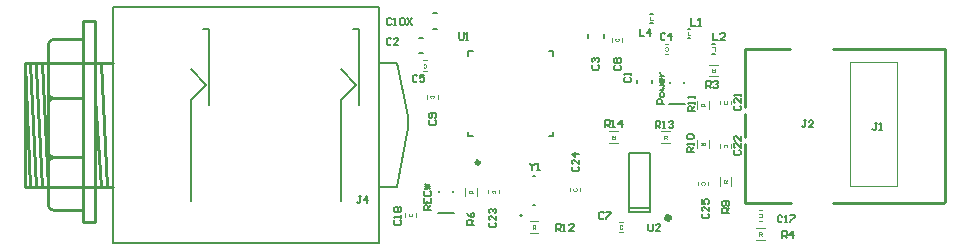
<source format=gto>
G04*
G04 #@! TF.GenerationSoftware,Altium Limited,Altium Designer,23.3.1 (30)*
G04*
G04 Layer_Color=65535*
%FSLAX44Y44*%
%MOMM*%
G71*
G04*
G04 #@! TF.SameCoordinates,CDB4EB09-7802-4DFF-8E47-A9092604CAE6*
G04*
G04*
G04 #@! TF.FilePolarity,Positive*
G04*
G01*
G75*
%ADD10C,0.2540*%
%ADD11C,0.5000*%
%ADD12C,0.2000*%
%ADD13C,0.3000*%
%ADD14C,0.1500*%
%ADD15C,0.1000*%
%ADD16C,0.1270*%
%ADD17C,0.0500*%
D10*
X-68569Y33092D02*
G03*
X-63569Y28092I5000J0D01*
G01*
Y173092D02*
G03*
X-68569Y168092I0J-5000D01*
G01*
Y128092D02*
G03*
X-63569Y123092I5000J0D01*
G01*
D02*
G03*
X-68569Y118092I0J-5000D01*
G01*
Y78092D02*
G03*
X-63569Y73092I5000J0D01*
G01*
D02*
G03*
X-68569Y68092I0J-5000D01*
G01*
X-88468Y153130D02*
X-83642Y47974D01*
Y153130D02*
X-78562Y47974D01*
Y148050D02*
X-78562Y153130D01*
X-78562Y148050D02*
X-73482Y47974D01*
Y153130D02*
X-68656Y47974D01*
X-28524Y123158D02*
X-23444Y47974D01*
Y153130D02*
X-18618Y47974D01*
X-63576Y28162D02*
X-38684D01*
X-68656Y127984D02*
Y168116D01*
X-63576Y123158D02*
X-38684D01*
X-68656Y78200D02*
Y118078D01*
X-63576Y73120D02*
X-38684D01*
X-68656Y32988D02*
Y47974D01*
Y68040D01*
X-38684Y123158D02*
Y173196D01*
Y73120D02*
Y123158D01*
Y28162D02*
Y73120D01*
Y188182D02*
X-28524Y188182D01*
X-38684Y173196D02*
Y188182D01*
X-63576Y173196D02*
X-38684Y173196D01*
X-68656Y118078D02*
Y127984D01*
Y68040D02*
Y78200D01*
X-38684Y18002D02*
Y28162D01*
Y18002D02*
X-28524D01*
Y123158D02*
Y188182D01*
Y18002D02*
Y123158D01*
X-18618Y47974D02*
X-13538D01*
X-23444D02*
X-18618D01*
X-68656D02*
X-23444D01*
X-73482D02*
X-68656D01*
X-78562D02*
X-73482D01*
X-83642D02*
X-78562D01*
X-88468D02*
X-83642D01*
X-23444Y153130D02*
X-13538Y153130D01*
X-73482D02*
X-23444Y153130D01*
X-78562D02*
X-73482Y153130D01*
X-83642D02*
X-78562Y153130D01*
X-88468Y153130D02*
X-83642D01*
X-88468Y47974D02*
Y153130D01*
X690891Y165254D02*
X690891Y35254D01*
X596024Y165254D02*
X690891D01*
X521321Y165254D02*
X521321Y115685D01*
X521321Y165254D02*
X559757Y165254D01*
X521321Y90685D02*
Y109822D01*
Y34214D02*
X560077D01*
X521321D02*
Y84822D01*
X595704Y34214D02*
X690231Y34214D01*
D11*
X457450Y21830D02*
G03*
X457450Y21830I-1250J0D01*
G01*
D12*
X332948Y23805D02*
G03*
X332948Y23805I-1000J0D01*
G01*
X458040Y136170D02*
Y137170D01*
X470040Y136170D02*
Y137170D01*
X423200Y30630D02*
X441200Y30630D01*
Y26880D02*
Y76880D01*
X423200Y76880D02*
X423200Y26880D01*
X441200D01*
X423200Y76880D02*
X441200Y76880D01*
X262370Y43681D02*
Y44681D01*
X274370Y43681D02*
Y44681D01*
X493770Y169040D02*
X495770D01*
X493770Y161040D02*
X495770D01*
X473170Y174040D02*
X475170Y174040D01*
X473170Y182040D02*
X475170Y182040D01*
X401690Y174410D02*
X401690Y177410D01*
X388690Y174410D02*
Y177410D01*
X442700Y135920D02*
Y138920D01*
X429700Y135920D02*
Y138920D01*
X245580Y174110D02*
X248580D01*
X245580Y161110D02*
X248580Y161110D01*
X257550Y181945D02*
X260550D01*
X257550Y194945D02*
X260550D01*
X441270Y186530D02*
X443270D01*
X441270Y194530D02*
X443270D01*
D13*
X296680Y68870D02*
G03*
X296680Y68870I-1500J0D01*
G01*
D14*
X194252Y117790D02*
Y181790D01*
X190002D02*
X194252D01*
X179502Y147540D02*
X192502Y134540D01*
X179502Y121540D02*
X192502Y134540D01*
X179502Y35790D02*
Y121540D01*
X67252Y117790D02*
Y181790D01*
X63002D02*
X67252D01*
X52502Y147540D02*
X65502Y134540D01*
X52502Y121540D02*
X65502Y134540D01*
X52502Y35790D02*
Y121540D01*
X211506Y153130D02*
X226492D01*
X236398Y108172D01*
X236398Y98012D02*
X236398Y108172D01*
X226492Y47974D02*
X236398Y98012D01*
X211506Y47974D02*
X226492D01*
X211506D02*
Y153130D01*
Y476D02*
Y47974D01*
Y153130D02*
X211506Y200628D01*
X-13538D02*
X211506D01*
X-13538Y153130D02*
X-13538Y200628D01*
X-13538Y47974D02*
Y153130D01*
Y476D02*
Y47974D01*
Y476D02*
X211506D01*
X457040Y118670D02*
X471040D01*
X261370Y26181D02*
X275370D01*
X196599Y40324D02*
X194599D01*
X195599D01*
Y35326D01*
X194599Y34326D01*
X193600D01*
X192600Y35326D01*
X201597Y34326D02*
Y40324D01*
X198598Y37325D01*
X202597D01*
X553000Y4500D02*
Y10498D01*
X555999D01*
X556999Y9498D01*
Y7499D01*
X555999Y6499D01*
X553000D01*
X554999D02*
X556999Y4500D01*
X561997D02*
Y10498D01*
X558998Y7499D01*
X562997D01*
X552999Y22998D02*
X551999Y23998D01*
X550000D01*
X549000Y22998D01*
Y19000D01*
X550000Y18000D01*
X551999D01*
X552999Y19000D01*
X554998Y18000D02*
X556997D01*
X555998D01*
Y23998D01*
X554998Y22998D01*
X559996Y23998D02*
X563995D01*
Y22998D01*
X559996Y19000D01*
Y18000D01*
X225502Y19999D02*
X224502Y18999D01*
Y17000D01*
X225502Y16000D01*
X229500D01*
X230500Y17000D01*
Y18999D01*
X229500Y19999D01*
X230500Y21998D02*
Y23997D01*
Y22998D01*
X224502D01*
X225502Y21998D01*
Y26996D02*
X224502Y27996D01*
Y29995D01*
X225502Y30995D01*
X226501D01*
X227501Y29995D01*
X228501Y30995D01*
X229500D01*
X230500Y29995D01*
Y27996D01*
X229500Y26996D01*
X228501D01*
X227501Y27996D01*
X226501Y26996D01*
X225502D01*
X227501Y27996D02*
Y29995D01*
X222249Y190248D02*
X221249Y191248D01*
X219250D01*
X218250Y190248D01*
Y186250D01*
X219250Y185250D01*
X221249D01*
X222249Y186250D01*
X224248Y185250D02*
X226247D01*
X225248D01*
Y191248D01*
X224248Y190248D01*
X229246D02*
X230246Y191248D01*
X232246D01*
X233245Y190248D01*
Y186250D01*
X232246Y185250D01*
X230246D01*
X229246Y186250D01*
Y190248D01*
X235245Y191248D02*
X239243Y185250D01*
Y191248D02*
X235245Y185250D01*
X419718Y140761D02*
X418718Y139761D01*
Y137762D01*
X419718Y136762D01*
X423716D01*
X424716Y137762D01*
Y139761D01*
X423716Y140761D01*
X424716Y142760D02*
Y144760D01*
Y143760D01*
X418718D01*
X419718Y142760D01*
X221999Y173498D02*
X220999Y174498D01*
X219000D01*
X218000Y173498D01*
Y169500D01*
X219000Y168500D01*
X220999D01*
X221999Y169500D01*
X227997Y168500D02*
X223998D01*
X227997Y172499D01*
Y173498D01*
X226997Y174498D01*
X224998D01*
X223998Y173498D01*
X392752Y151499D02*
X391752Y150499D01*
Y148500D01*
X392752Y147500D01*
X396750D01*
X397750Y148500D01*
Y150499D01*
X396750Y151499D01*
X392752Y153498D02*
X391752Y154498D01*
Y156497D01*
X392752Y157497D01*
X393751D01*
X394751Y156497D01*
Y155497D01*
Y156497D01*
X395751Y157497D01*
X396750D01*
X397750Y156497D01*
Y154498D01*
X396750Y153498D01*
X453999Y177498D02*
X452999Y178498D01*
X451000D01*
X450000Y177498D01*
Y173500D01*
X451000Y172500D01*
X452999D01*
X453999Y173500D01*
X458997Y172500D02*
Y178498D01*
X455998Y175499D01*
X459997D01*
X243999Y141998D02*
X242999Y142998D01*
X241000D01*
X240000Y141998D01*
Y138000D01*
X241000Y137000D01*
X242999D01*
X243999Y138000D01*
X249997Y142998D02*
X245998D01*
Y139999D01*
X247997Y140999D01*
X248997D01*
X249997Y139999D01*
Y138000D01*
X248997Y137000D01*
X246998D01*
X245998Y138000D01*
X401999Y25748D02*
X400999Y26748D01*
X399000D01*
X398000Y25748D01*
Y21750D01*
X399000Y20750D01*
X400999D01*
X401999Y21750D01*
X403998Y26748D02*
X407997D01*
Y25748D01*
X403998Y21750D01*
Y20750D01*
X411252Y150999D02*
X410252Y149999D01*
Y148000D01*
X411252Y147000D01*
X415250D01*
X416250Y148000D01*
Y149999D01*
X415250Y150999D01*
X411252Y152998D02*
X410252Y153998D01*
Y155997D01*
X411252Y156997D01*
X412251D01*
X413251Y155997D01*
X414251Y156997D01*
X415250D01*
X416250Y155997D01*
Y153998D01*
X415250Y152998D01*
X414251D01*
X413251Y153998D01*
X412251Y152998D01*
X411252D01*
X413251Y153998D02*
Y155997D01*
X254752Y104499D02*
X253752Y103499D01*
Y101500D01*
X254752Y100500D01*
X258750D01*
X259750Y101500D01*
Y103499D01*
X258750Y104499D01*
Y106498D02*
X259750Y107498D01*
Y109497D01*
X258750Y110497D01*
X254752D01*
X253752Y109497D01*
Y107498D01*
X254752Y106498D01*
X255751D01*
X256751Y107498D01*
Y110497D01*
X513252Y116999D02*
X512252Y115999D01*
Y114000D01*
X513252Y113000D01*
X517250D01*
X518250Y114000D01*
Y115999D01*
X517250Y116999D01*
X518250Y122997D02*
Y118998D01*
X514251Y122997D01*
X513252D01*
X512252Y121997D01*
Y119998D01*
X513252Y118998D01*
X518250Y124996D02*
Y126995D01*
Y125996D01*
X512252D01*
X513252Y124996D01*
X512752Y79249D02*
X511752Y78249D01*
Y76250D01*
X512752Y75250D01*
X516750D01*
X517750Y76250D01*
Y78249D01*
X516750Y79249D01*
X517750Y85247D02*
Y81248D01*
X513751Y85247D01*
X512752D01*
X511752Y84247D01*
Y82248D01*
X512752Y81248D01*
X517750Y91245D02*
Y87246D01*
X513751Y91245D01*
X512752D01*
X511752Y90245D01*
Y88246D01*
X512752Y87246D01*
X305752Y17749D02*
X304752Y16749D01*
Y14750D01*
X305752Y13750D01*
X309750D01*
X310750Y14750D01*
Y16749D01*
X309750Y17749D01*
X310750Y23747D02*
Y19748D01*
X306751Y23747D01*
X305752D01*
X304752Y22747D01*
Y20748D01*
X305752Y19748D01*
Y25746D02*
X304752Y26746D01*
Y28745D01*
X305752Y29745D01*
X306751D01*
X307751Y28745D01*
Y27745D01*
Y28745D01*
X308751Y29745D01*
X309750D01*
X310750Y28745D01*
Y26746D01*
X309750Y25746D01*
X375752Y65249D02*
X374752Y64249D01*
Y62250D01*
X375752Y61250D01*
X379750D01*
X380750Y62250D01*
Y64249D01*
X379750Y65249D01*
X380750Y71247D02*
Y67248D01*
X376751Y71247D01*
X375752D01*
X374752Y70247D01*
Y68248D01*
X375752Y67248D01*
X380750Y76245D02*
X374752D01*
X377751Y73246D01*
Y77245D01*
X486002Y25499D02*
X485002Y24499D01*
Y22500D01*
X486002Y21500D01*
X490000D01*
X491000Y22500D01*
Y24499D01*
X490000Y25499D01*
X491000Y31497D02*
Y27498D01*
X487001Y31497D01*
X486002D01*
X485002Y30497D01*
Y28498D01*
X486002Y27498D01*
X485002Y37495D02*
Y33496D01*
X488001D01*
X487001Y35496D01*
Y36495D01*
X488001Y37495D01*
X490000D01*
X491000Y36495D01*
Y34496D01*
X490000Y33496D01*
X255455Y28460D02*
X249457D01*
Y31459D01*
X250457Y32459D01*
X252456D01*
X253456Y31459D01*
Y28460D01*
Y30459D02*
X255455Y32459D01*
X249457Y38457D02*
Y34458D01*
X255455D01*
Y38457D01*
X252456Y34458D02*
Y36458D01*
X250457Y44455D02*
X249457Y43455D01*
Y41456D01*
X250457Y40456D01*
X254456D01*
X255455Y41456D01*
Y43455D01*
X254456Y44455D01*
X250457Y46454D02*
X254456Y50453D01*
Y46454D02*
X250457Y50453D01*
X252456Y46454D02*
Y50453D01*
X254456Y48454D02*
X250457D01*
X476000Y190748D02*
Y184750D01*
X479999D01*
X481998D02*
X483997D01*
X482998D01*
Y190748D01*
X481998Y189748D01*
X494500Y178248D02*
Y172250D01*
X498499D01*
X504497D02*
X500498D01*
X504497Y176249D01*
Y177248D01*
X503497Y178248D01*
X501498D01*
X500498Y177248D01*
X453216Y118158D02*
X447218D01*
Y121157D01*
X448218Y122157D01*
X450217D01*
X451217Y121157D01*
Y118158D01*
X453216Y125156D02*
Y127155D01*
X452216Y128155D01*
X450217D01*
X449217Y127155D01*
Y125156D01*
X450217Y124156D01*
X452216D01*
X453216Y125156D01*
X449217Y130154D02*
X452216D01*
X453216Y131154D01*
X452216Y132154D01*
X453216Y133153D01*
X452216Y134153D01*
X449217D01*
X453216Y139151D02*
Y137152D01*
X452216Y136152D01*
X450217D01*
X449217Y137152D01*
Y139151D01*
X450217Y140151D01*
X451217D01*
Y136152D01*
X449217Y142150D02*
X453216D01*
X451217D01*
X450217Y143150D01*
X449217Y144150D01*
Y145149D01*
X488576Y131930D02*
Y137928D01*
X491575D01*
X492575Y136929D01*
Y134929D01*
X491575Y133930D01*
X488576D01*
X490575D02*
X492575Y131930D01*
X494574Y136929D02*
X495574Y137928D01*
X497573D01*
X498573Y136929D01*
Y135929D01*
X497573Y134929D01*
X496574D01*
X497573D01*
X498573Y133930D01*
Y132930D01*
X497573Y131930D01*
X495574D01*
X494574Y132930D01*
X292250Y16250D02*
X286252D01*
Y19249D01*
X287252Y20249D01*
X289251D01*
X290251Y19249D01*
Y16250D01*
Y18249D02*
X292250Y20249D01*
X286252Y26247D02*
X287252Y24247D01*
X289251Y22248D01*
X291250D01*
X292250Y23248D01*
Y25247D01*
X291250Y26247D01*
X290251D01*
X289251Y25247D01*
Y22248D01*
X508000Y26000D02*
X502002D01*
Y28999D01*
X503002Y29999D01*
X505001D01*
X506001Y28999D01*
Y26000D01*
Y27999D02*
X508000Y29999D01*
X507000Y31998D02*
X508000Y32998D01*
Y34997D01*
X507000Y35997D01*
X503002D01*
X502002Y34997D01*
Y32998D01*
X503002Y31998D01*
X504001D01*
X505001Y32998D01*
Y35997D01*
X478000Y77500D02*
X472002D01*
Y80499D01*
X473002Y81499D01*
X475001D01*
X476001Y80499D01*
Y77500D01*
Y79499D02*
X478000Y81499D01*
Y83498D02*
Y85497D01*
Y84498D01*
X472002D01*
X473002Y83498D01*
Y88496D02*
X472002Y89496D01*
Y91495D01*
X473002Y92495D01*
X477000D01*
X478000Y91495D01*
Y89496D01*
X477000Y88496D01*
X473002D01*
X479000Y112250D02*
X473002D01*
Y115249D01*
X474002Y116249D01*
X476001D01*
X477001Y115249D01*
Y112250D01*
Y114249D02*
X479000Y116249D01*
Y118248D02*
Y120247D01*
Y119248D01*
X473002D01*
X474002Y118248D01*
X479000Y123246D02*
Y125246D01*
Y124246D01*
X473002D01*
X474002Y123246D01*
X361500Y10750D02*
Y16748D01*
X364499D01*
X365499Y15748D01*
Y13749D01*
X364499Y12749D01*
X361500D01*
X363499D02*
X365499Y10750D01*
X367498D02*
X369497D01*
X368498D01*
Y16748D01*
X367498Y15748D01*
X376495Y10750D02*
X372496D01*
X376495Y14749D01*
Y15748D01*
X375495Y16748D01*
X373496D01*
X372496Y15748D01*
X445750Y98000D02*
Y103998D01*
X448749D01*
X449749Y102998D01*
Y100999D01*
X448749Y99999D01*
X445750D01*
X447749D02*
X449749Y98000D01*
X451748D02*
X453747D01*
X452748D01*
Y103998D01*
X451748Y102998D01*
X456746D02*
X457746Y103998D01*
X459745D01*
X460745Y102998D01*
Y101999D01*
X459745Y100999D01*
X458746D01*
X459745D01*
X460745Y99999D01*
Y99000D01*
X459745Y98000D01*
X457746D01*
X456746Y99000D01*
X403000Y98500D02*
Y104498D01*
X405999D01*
X406999Y103498D01*
Y101499D01*
X405999Y100499D01*
X403000D01*
X404999D02*
X406999Y98500D01*
X408998D02*
X410997D01*
X409998D01*
Y104498D01*
X408998Y103498D01*
X416996Y98500D02*
Y104498D01*
X413996Y101499D01*
X417995D01*
X279320Y178852D02*
Y173854D01*
X280320Y172854D01*
X282319D01*
X283319Y173854D01*
Y178852D01*
X285318Y172854D02*
X287318D01*
X286318D01*
Y178852D01*
X285318Y177852D01*
X439750Y16748D02*
Y11750D01*
X440750Y10750D01*
X442749D01*
X443749Y11750D01*
Y16748D01*
X449747Y10750D02*
X445748D01*
X449747Y14749D01*
Y15748D01*
X448747Y16748D01*
X446748D01*
X445748Y15748D01*
X339500Y68748D02*
Y67748D01*
X341499Y65749D01*
X343499Y67748D01*
Y68748D01*
X341499Y65749D02*
Y62750D01*
X345498D02*
X347497D01*
X346498D01*
Y68748D01*
X345498Y67748D01*
X432250Y181748D02*
Y175750D01*
X436249D01*
X441247D02*
Y181748D01*
X438248Y178749D01*
X442247D01*
X633327Y102170D02*
X631327D01*
X632327D01*
Y97172D01*
X631327Y96172D01*
X630328D01*
X629328Y97172D01*
X635326Y96172D02*
X637326D01*
X636326D01*
Y102170D01*
X635326Y101170D01*
X573393Y104452D02*
X571393D01*
X572393D01*
Y99454D01*
X571393Y98454D01*
X570394D01*
X569394Y99454D01*
X579391Y98454D02*
X575392D01*
X579391Y102453D01*
Y103452D01*
X578391Y104452D01*
X576392D01*
X575392Y103452D01*
D15*
X242680Y25740D02*
X242680Y22740D01*
X233680Y25740D02*
X233680Y22740D01*
X531050Y13320D02*
X538050Y13320D01*
X531050Y3320D02*
X538050Y3320D01*
X533050Y28510D02*
X536050Y28510D01*
X533050Y19510D02*
X536050D01*
X450716Y85070D02*
X457716Y85070D01*
X450716Y95070D02*
X457716D01*
X406700Y95070D02*
X413700D01*
X406700Y85070D02*
X413700D01*
X414920Y18560D02*
X417920D01*
X414920Y9560D02*
X417920Y9560D01*
X373120Y44556D02*
Y47555D01*
X382120Y44556D02*
Y47555D01*
X313210Y42555D02*
Y45556D01*
X304210Y42555D02*
Y45556D01*
X294510Y40556D02*
Y47555D01*
X284510Y40556D02*
Y47555D01*
X490360Y52420D02*
X490361Y49420D01*
X481361D02*
Y52420D01*
X509940Y49170D02*
Y56170D01*
X499940Y49170D02*
Y56170D01*
X481080Y80830D02*
Y87830D01*
X491080Y80830D02*
Y87830D01*
X509440Y81080D02*
Y84080D01*
X500440Y81080D02*
X500440Y84080D01*
X491270Y151670D02*
X498270Y151670D01*
X491270Y141670D02*
X498270D01*
X453540Y160480D02*
X456540Y160480D01*
X453540Y169479D02*
X456540Y169480D01*
X408651Y174160D02*
X408651Y171160D01*
X417651Y171160D02*
Y174160D01*
X261170Y122830D02*
Y125830D01*
X252170Y122830D02*
Y125830D01*
X248830Y146150D02*
X251830Y146150D01*
X248830Y155150D02*
X251830D01*
X339448Y9060D02*
X346448Y9060D01*
X339448Y19060D02*
X346448Y19060D01*
X491020Y121170D02*
X491020Y114170D01*
X481020D02*
Y121170D01*
X500440Y117920D02*
Y120920D01*
X509440Y117920D02*
Y120920D01*
X237181Y25239D02*
X236681Y24739D01*
Y23740D01*
X237181Y23240D01*
X239180D01*
X239680Y23740D01*
Y24739D01*
X239180Y25239D01*
X533550Y6820D02*
Y9819D01*
X535050D01*
X535550Y9319D01*
Y8319D01*
X535050Y7819D01*
X533550D01*
X534550D02*
X535550Y6820D01*
X533551Y23011D02*
X534051Y22511D01*
X535050D01*
X535550Y23011D01*
Y25010D01*
X535050Y25510D01*
X534051D01*
X533551Y25010D01*
X453216Y88570D02*
Y91569D01*
X454716D01*
X455216Y91069D01*
Y90070D01*
X454716Y89570D01*
X453216D01*
X454216D02*
X455216Y88570D01*
X411200Y91570D02*
Y88571D01*
X409701D01*
X409201Y89071D01*
Y90071D01*
X409701Y90570D01*
X411200D01*
X410201D02*
X409201Y91570D01*
X417419Y15059D02*
X416919Y15559D01*
X415920D01*
X415420Y15059D01*
Y13060D01*
X415920Y12560D01*
X416919D01*
X417419Y13060D01*
X376621Y47055D02*
X376121Y46555D01*
Y45555D01*
X376621Y45055D01*
X378620D01*
X379120Y45555D01*
Y46555D01*
X378620Y47055D01*
X309709Y43056D02*
X310209Y43556D01*
Y44556D01*
X309709Y45055D01*
X307710D01*
X307210Y44556D01*
Y43556D01*
X307710Y43056D01*
X291010Y43056D02*
X288011D01*
Y44555D01*
X288511Y45055D01*
X289510D01*
X290010Y44555D01*
Y43056D01*
Y44055D02*
X291010Y45055D01*
X486860Y49921D02*
X487360Y50420D01*
Y51420D01*
X486860Y51920D01*
X484860D01*
X484361Y51420D01*
Y50420D01*
X484860Y49921D01*
X506441Y51670D02*
X503442D01*
Y53169D01*
X503941Y53669D01*
X504941D01*
X505441Y53169D01*
Y51670D01*
Y52670D02*
X506441Y53669D01*
X484580Y85330D02*
X487579D01*
Y83830D01*
X487080Y83331D01*
X486080D01*
X485580Y83830D01*
Y85330D01*
Y84330D02*
X484580Y83331D01*
X505940Y81581D02*
X506440Y82080D01*
Y83080D01*
X505940Y83580D01*
X503940D01*
X503441Y83080D01*
Y82080D01*
X503940Y81581D01*
X495770Y148170D02*
Y145171D01*
X494271D01*
X493771Y145671D01*
Y146671D01*
X494271Y147170D01*
X495770D01*
X494771D02*
X493771Y148170D01*
X495770Y163541D02*
Y166540D01*
X493771D01*
X473170Y179539D02*
Y176540D01*
X475170D01*
X454040Y163980D02*
X454540Y163480D01*
X455540D01*
X456040Y163980D01*
Y165980D01*
X455540Y166479D01*
X454540D01*
X454040Y165980D01*
X412151Y173659D02*
X411652Y173160D01*
Y172160D01*
X412151Y171660D01*
X414151D01*
X414651Y172160D01*
Y173160D01*
X414151Y173659D01*
X257670Y123331D02*
X258169Y123830D01*
Y124830D01*
X257670Y125330D01*
X255670D01*
X255170Y124830D01*
Y123830D01*
X255670Y123331D01*
X249331Y149650D02*
X249831Y149151D01*
X250830D01*
X251330Y149650D01*
Y151650D01*
X250830Y152150D01*
X249831D01*
X249331Y151650D01*
X341948Y12560D02*
Y15559D01*
X343447D01*
X343947Y15059D01*
Y14060D01*
X343447Y13560D01*
X341948D01*
X342948D02*
X343947Y12560D01*
X487520Y116670D02*
X484521D01*
Y118169D01*
X485021Y118669D01*
X486021D01*
X486521Y118169D01*
Y116670D01*
Y117670D02*
X487520Y118669D01*
X503941Y120419D02*
X503442Y119920D01*
Y118920D01*
X503941Y118420D01*
X505941D01*
X506441Y118920D01*
Y119920D01*
X505941Y120419D01*
X441270Y192029D02*
Y189030D01*
X443269D01*
D16*
X342148Y57555D02*
X343748D01*
X342148Y32555D02*
X343748D01*
X287180Y94770D02*
X287180Y90870D01*
X291080Y90870D01*
X355280Y90870D02*
X359180D01*
Y94770D01*
Y158970D02*
Y162870D01*
X355280D02*
X359180D01*
X287180D02*
X291080D01*
X287180Y158970D02*
Y162870D01*
D17*
X610240Y48512D02*
Y153502D01*
Y48512D02*
X650236Y48511D01*
Y153502D01*
X610240Y153502D02*
X650236Y153502D01*
M02*

</source>
